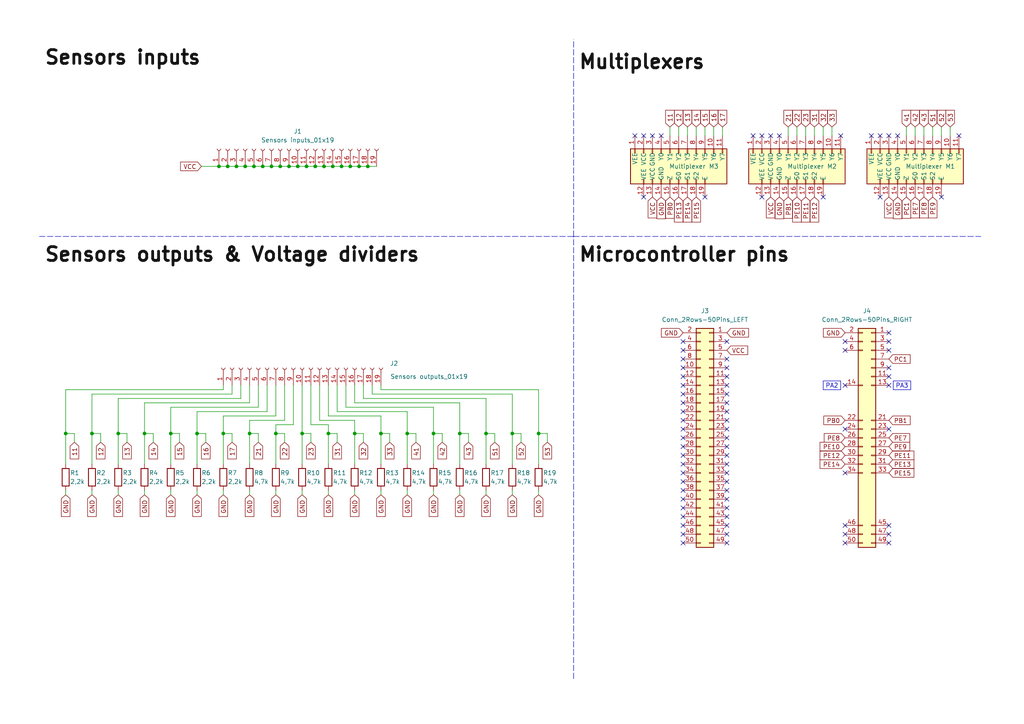
<source format=kicad_sch>
(kicad_sch (version 20230121) (generator eeschema)
  (paper "A4")
  (title_block (title "SensorHub") (date "08.01.2024") (rev "v4.1") (company "Ksawery Giera"))
  (lib_symbols
    (symbol "Conn_2Rows-19Pins_1" (pin_names (offset 1.016))
      (property "Reference" "M1" (at 1.27 15.24 0))
      (property "Value" "Multiplekser" (at 0 16.51 0))
      (symbol "Conn_2Rows-19Pins_1_1_1"
        (rectangle (start -1.27 -12.573) (end 0 -12.827) (stroke (width 0.1524)))
        (rectangle (start -1.27 -10.033) (end 0 -10.287) (stroke (width 0.1524)))
        (rectangle (start -1.27 -7.493) (end 0 -7.747) (stroke (width 0.1524)))
        (rectangle (start -1.27 -4.953) (end 0 -5.207) (stroke (width 0.1524)))
        (rectangle (start -1.27 -2.413) (end 0 -2.667) (stroke (width 0.1524)))
        (rectangle (start -1.27 0.127) (end 0 -0.127) (stroke (width 0.1524)))
        (rectangle (start -1.27 2.667) (end 0 2.413) (stroke (width 0.1524)))
        (rectangle (start -1.27 5.207) (end 0 4.953) (stroke (width 0.1524)))
        (rectangle (start -1.27 7.747) (end 0 7.493) (stroke (width 0.1524)))
        (rectangle (start -1.27 10.287) (end 0 10.033) (stroke (width 0.1524)))
        (rectangle (start -1.27 12.827) (end 0 12.573) (stroke (width 0.1524)))
        (rectangle (start -1.27 13.97) (end 8.89 -13.97) (stroke (width 0.254)) (fill (type background)))
        (rectangle (start 8.89 -10.033) (end 7.62 -10.287) (stroke (width 0.1524)))
        (rectangle (start 8.89 -7.493) (end 7.62 -7.747) (stroke (width 0.1524)))
        (rectangle (start 8.89 -4.953) (end 7.62 -5.207) (stroke (width 0.1524)))
        (rectangle (start 8.89 -2.413) (end 7.62 -2.667) (stroke (width 0.1524)))
        (rectangle (start 8.89 0.127) (end 7.62 -0.127) (stroke (width 0.1524)))
        (rectangle (start 8.89 2.667) (end 7.62 2.413) (stroke (width 0.1524)))
        (rectangle (start 8.89 5.207) (end 7.62 4.953) (stroke (width 0.1524)))
        (rectangle (start 8.89 7.747) (end 7.62 7.493) (stroke (width 0.1524)))
        (pin passive line (at -5.08 -12.7 0) (length 3.81) (name "VEE") (number "1"))
        (pin passive line (at -5.08 10.16 0) (length 3.81) (name "Y6") (number "10"))
        (pin passive line (at -5.08 12.7 0) (length 3.81) (name "Y7") (number "11"))
        (pin passive line (at 12.7 -10.16 180) (length 3.81) (name "VEE") (number "12"))
        (pin passive line (at 12.7 -7.62 180) (length 3.81) (name "VCC") (number "13"))
        (pin passive line (at 12.7 -5.08 180) (length 3.81) (name "GND") (number "14"))
        (pin passive line (at 12.7 -2.54 180) (length 3.81) (name "Z") (number "15"))
        (pin passive line (at 12.7 0 180) (length 3.81) (name "S0") (number "16"))
        (pin passive line (at 12.7 2.54 180) (length 3.81) (name "S1") (number "17"))
        (pin passive line (at 12.7 5.08 180) (length 3.81) (name "S2") (number "18"))
        (pin passive line (at 12.7 7.62 180) (length 3.81) (name "E") (number "19"))
        (pin passive line (at -5.08 -10.16 0) (length 3.81) (name "VCC") (number "2"))
        (pin passive line (at -5.08 -7.62 0) (length 3.81) (name "GND") (number "3"))
        (pin passive line (at -5.08 -5.08 0) (length 3.81) (name "Y0") (number "4"))
        (pin passive line (at -5.08 -2.54 0) (length 3.81) (name "Y1") (number "5"))
        (pin passive line (at -5.08 0 0) (length 3.81) (name "Y2") (number "6"))
        (pin passive line (at -5.08 2.54 0) (length 3.81) (name "Y3") (number "7"))
        (pin passive line (at -5.08 5.08 0) (length 3.81) (name "Y4") (number "8"))
        (pin passive line (at -5.08 7.62 0) (length 3.81) (name "Y5") (number "9"))
      )
    )
    (symbol "Connector:Conn_01x19_Socket" (pin_names (offset 1.016) hide)
      (property "Reference" "J" (at 0 25.4 0))
      (property "Value" "Conn_01x19_Socket" (at 0 -25.4 0))
      (symbol "Conn_01x19_Socket_1_1"
        (arc (start 0 -22.352) (mid -0.5058 -22.86) (end 0 -23.368) (stroke (width 0.1524)))
        (arc (start 0 -19.812) (mid -0.5058 -20.32) (end 0 -20.828) (stroke (width 0.1524)))
        (arc (start 0 -17.272) (mid -0.5058 -17.78) (end 0 -18.288) (stroke (width 0.1524)))
        (arc (start 0 -14.732) (mid -0.5058 -15.24) (end 0 -15.748) (stroke (width 0.1524)))
        (arc (start 0 -12.192) (mid -0.5058 -12.7) (end 0 -13.208) (stroke (width 0.1524)))
        (arc (start 0 -9.652) (mid -0.5058 -10.16) (end 0 -10.668) (stroke (width 0.1524)))
        (arc (start 0 -7.112) (mid -0.5058 -7.62) (end 0 -8.128) (stroke (width 0.1524)))
        (arc (start 0 -4.572) (mid -0.5058 -5.08) (end 0 -5.588) (stroke (width 0.1524)))
        (arc (start 0 -2.032) (mid -0.5058 -2.54) (end 0 -3.048) (stroke (width 0.1524)))
        (polyline (pts (xy -1.27 -22.86) (xy -0.508 -22.86)) (stroke (width 0.1524)))
        (polyline (pts (xy -1.27 -20.32) (xy -0.508 -20.32)) (stroke (width 0.1524)))
        (polyline (pts (xy -1.27 -17.78) (xy -0.508 -17.78)) (stroke (width 0.1524)))
        (polyline (pts (xy -1.27 -15.24) (xy -0.508 -15.24)) (stroke (width 0.1524)))
        (polyline (pts (xy -1.27 -12.7) (xy -0.508 -12.7)) (stroke (width 0.1524)))
        (polyline (pts (xy -1.27 -10.16) (xy -0.508 -10.16)) (stroke (width 0.1524)))
        (polyline (pts (xy -1.27 -7.62) (xy -0.508 -7.62)) (stroke (width 0.1524)))
        (polyline (pts (xy -1.27 -5.08) (xy -0.508 -5.08)) (stroke (width 0.1524)))
        (polyline (pts (xy -1.27 -2.54) (xy -0.508 -2.54)) (stroke (width 0.1524)))
        (polyline (pts (xy -1.27 0) (xy -0.508 0)) (stroke (width 0.1524)))
        (polyline (pts (xy -1.27 2.54) (xy -0.508 2.54)) (stroke (width 0.1524)))
        (polyline (pts (xy -1.27 5.08) (xy -0.508 5.08)) (stroke (width 0.1524)))
        (polyline (pts (xy -1.27 7.62) (xy -0.508 7.62)) (stroke (width 0.1524)))
        (polyline (pts (xy -1.27 10.16) (xy -0.508 10.16)) (stroke (width 0.1524)))
        (polyline (pts (xy -1.27 12.7) (xy -0.508 12.7)) (stroke (width 0.1524)))
        (polyline (pts (xy -1.27 15.24) (xy -0.508 15.24)) (stroke (width 0.1524)))
        (polyline (pts (xy -1.27 17.78) (xy -0.508 17.78)) (stroke (width 0.1524)))
        (polyline (pts (xy -1.27 20.32) (xy -0.508 20.32)) (stroke (width 0.1524)))
        (polyline (pts (xy -1.27 22.86) (xy -0.508 22.86)) (stroke (width 0.1524)))
        (arc (start 0 0.508) (mid -0.5058 0) (end 0 -0.508) (stroke (width 0.1524)))
        (arc (start 0 3.048) (mid -0.5058 2.54) (end 0 2.032) (stroke (width 0.1524)))
        (arc (start 0 5.588) (mid -0.5058 5.08) (end 0 4.572) (stroke (width 0.1524)))
        (arc (start 0 8.128) (mid -0.5058 7.62) (end 0 7.112) (stroke (width 0.1524)))
        (arc (start 0 10.668) (mid -0.5058 10.16) (end 0 9.652) (stroke (width 0.1524)))
        (arc (start 0 13.208) (mid -0.5058 12.7) (end 0 12.192) (stroke (width 0.1524)))
        (arc (start 0 15.748) (mid -0.5058 15.24) (end 0 14.732) (stroke (width 0.1524)))
        (arc (start 0 18.288) (mid -0.5058 17.78) (end 0 17.272) (stroke (width 0.1524)))
        (arc (start 0 20.828) (mid -0.5058 20.32) (end 0 19.812) (stroke (width 0.1524)))
        (arc (start 0 23.368) (mid -0.5058 22.86) (end 0 22.352) (stroke (width 0.1524)))
        (pin passive line (at -5.08 22.86 0) (length 3.81) (name "Pin_1") (number "1"))
        (pin passive line (at -5.08 0 0) (length 3.81) (name "Pin_10") (number "10"))
        (pin passive line (at -5.08 -2.54 0) (length 3.81) (name "Pin_11") (number "11"))
        (pin passive line (at -5.08 -5.08 0) (length 3.81) (name "Pin_12") (number "12"))
        (pin passive line (at -5.08 -7.62 0) (length 3.81) (name "Pin_13") (number "13"))
        (pin passive line (at -5.08 -10.16 0) (length 3.81) (name "Pin_14") (number "14"))
        (pin passive line (at -5.08 -12.7 0) (length 3.81) (name "Pin_15") (number "15"))
        (pin passive line (at -5.08 -15.24 0) (length 3.81) (name "Pin_16") (number "16"))
        (pin passive line (at -5.08 -17.78 0) (length 3.81) (name "Pin_17") (number "17"))
        (pin passive line (at -5.08 -20.32 0) (length 3.81) (name "Pin_18") (number "18"))
        (pin passive line (at -5.08 -22.86 0) (length 3.81) (name "Pin_19") (number "19"))
        (pin passive line (at -5.08 20.32 0) (length 3.81) (name "Pin_2") (number "2"))
        (pin passive line (at -5.08 17.78 0) (length 3.81) (name "Pin_3") (number "3"))
        (pin passive line (at -5.08 15.24 0) (length 3.81) (name "Pin_4") (number "4"))
        (pin passive line (at -5.08 12.7 0) (length 3.81) (name "Pin_5") (number "5"))
        (pin passive line (at -5.08 10.16 0) (length 3.81) (name "Pin_6") (number "6"))
        (pin passive line (at -5.08 7.62 0) (length 3.81) (name "Pin_7") (number "7"))
        (pin passive line (at -5.08 5.08 0) (length 3.81) (name "Pin_8") (number "8"))
        (pin passive line (at -5.08 2.54 0) (length 3.81) (name "Pin_9") (number "9"))
      )
    )
    (symbol "Connector_Generic:Conn_2Rows-51Pins" (pin_names (offset 1.016) hide)
      (property "Reference" "J3" (at 1.27 36.83 0))
      (property "Value" "Conn_2Rows-51Pins" (at 1.27 34.29 0))
      (symbol "Conn_2Rows-51Pins_1_1"
        (rectangle (start -1.27 -30.353) (end 0 -30.607) (stroke (width 0.1524)))
        (rectangle (start -1.27 -27.813) (end 0 -28.067) (stroke (width 0.1524)))
        (rectangle (start -1.27 -25.273) (end 0 -25.527) (stroke (width 0.1524)))
        (rectangle (start -1.27 -22.733) (end 0 -22.987) (stroke (width 0.1524)))
        (rectangle (start -1.27 -20.193) (end 0 -20.447) (stroke (width 0.1524)))
        (rectangle (start -1.27 -17.653) (end 0 -17.907) (stroke (width 0.1524)))
        (rectangle (start -1.27 -15.113) (end 0 -15.367) (stroke (width 0.1524)))
        (rectangle (start -1.27 -12.573) (end 0 -12.827) (stroke (width 0.1524)))
        (rectangle (start -1.27 -10.033) (end 0 -10.287) (stroke (width 0.1524)))
        (rectangle (start -1.27 -7.493) (end 0 -7.747) (stroke (width 0.1524)))
        (rectangle (start -1.27 -4.953) (end 0 -5.207) (stroke (width 0.1524)))
        (rectangle (start -1.27 -2.413) (end 0 -2.667) (stroke (width 0.1524)))
        (rectangle (start -1.27 0.127) (end 0 -0.127) (stroke (width 0.1524)))
        (rectangle (start -1.27 2.667) (end 0 2.413) (stroke (width 0.1524)))
        (rectangle (start -1.27 5.207) (end 0 4.953) (stroke (width 0.1524)))
        (rectangle (start -1.27 7.747) (end 0 7.493) (stroke (width 0.1524)))
        (rectangle (start -1.27 10.287) (end 0 10.033) (stroke (width 0.1524)))
        (rectangle (start -1.27 12.827) (end 0 12.573) (stroke (width 0.1524)))
        (rectangle (start -1.27 15.367) (end 0 15.113) (stroke (width 0.1524)))
        (rectangle (start -1.27 17.907) (end 0 17.653) (stroke (width 0.1524)))
        (rectangle (start -1.27 20.447) (end 0 20.193) (stroke (width 0.1524)))
        (rectangle (start -1.27 22.987) (end 0 22.733) (stroke (width 0.1524)))
        (rectangle (start -1.27 25.527) (end 0 25.273) (stroke (width 0.1524)))
        (rectangle (start -1.27 28.067) (end 0 27.813) (stroke (width 0.1524)))
        (rectangle (start -1.27 30.607) (end 0 30.353) (stroke (width 0.1524)))
        (rectangle (start -1.27 31.75) (end 3.81 -31.75) (stroke (width 0.254)) (fill (type background)))
        (rectangle (start 3.81 -30.353) (end 2.54 -30.607) (stroke (width 0.1524)))
        (rectangle (start 3.81 -27.813) (end 2.54 -28.067) (stroke (width 0.1524)))
        (rectangle (start 3.81 -25.273) (end 2.54 -25.527) (stroke (width 0.1524)))
        (rectangle (start 3.81 -22.733) (end 2.54 -22.987) (stroke (width 0.1524)))
        (rectangle (start 3.81 -20.193) (end 2.54 -20.447) (stroke (width 0.1524)))
        (rectangle (start 3.81 -17.653) (end 2.54 -17.907) (stroke (width 0.1524)))
        (rectangle (start 3.81 -15.113) (end 2.54 -15.367) (stroke (width 0.1524)))
        (rectangle (start 3.81 -12.573) (end 2.54 -12.827) (stroke (width 0.1524)))
        (rectangle (start 3.81 -10.033) (end 2.54 -10.287) (stroke (width 0.1524)))
        (rectangle (start 3.81 -7.493) (end 2.54 -7.747) (stroke (width 0.1524)))
        (rectangle (start 3.81 -4.953) (end 2.54 -5.207) (stroke (width 0.1524)))
        (rectangle (start 3.81 -2.413) (end 2.54 -2.667) (stroke (width 0.1524)))
        (rectangle (start 3.81 0.127) (end 2.54 -0.127) (stroke (width 0.1524)))
        (rectangle (start 3.81 2.667) (end 2.54 2.413) (stroke (width 0.1524)))
        (rectangle (start 3.81 5.207) (end 2.54 4.953) (stroke (width 0.1524)))
        (rectangle (start 3.81 7.747) (end 2.54 7.493) (stroke (width 0.1524)))
        (rectangle (start 3.81 10.287) (end 2.54 10.033) (stroke (width 0.1524)))
        (rectangle (start 3.81 12.827) (end 2.54 12.573) (stroke (width 0.1524)))
        (rectangle (start 3.81 15.367) (end 2.54 15.113) (stroke (width 0.1524)))
        (rectangle (start 3.81 17.907) (end 2.54 17.653) (stroke (width 0.1524)))
        (rectangle (start 3.81 20.447) (end 2.54 20.193) (stroke (width 0.1524)))
        (rectangle (start 3.81 22.987) (end 2.54 22.733) (stroke (width 0.1524)))
        (rectangle (start 3.81 25.527) (end 2.54 25.273) (stroke (width 0.1524)))
        (rectangle (start 3.81 28.067) (end 2.54 27.813) (stroke (width 0.1524)))
        (rectangle (start 3.81 30.607) (end 2.54 30.353) (stroke (width 0.1524)))
        (pin passive line (at -5.08 30.48 0) (length 3.81) (name "Pin_1") (number "1"))
        (pin passive line (at 7.62 20.32 180) (length 3.81) (name "Pin_10") (number "10"))
        (pin passive line (at -5.08 17.78 0) (length 3.81) (name "Pin_11") (number "11"))
        (pin passive line (at 7.62 17.78 180) (length 3.81) (name "Pin_12") (number "12"))
        (pin passive line (at -5.08 15.24 0) (length 3.81) (name "Pin_13") (number "13"))
        (pin passive line (at 7.62 15.24 180) (length 3.81) (name "Pin_14") (number "14"))
        (pin passive line (at -5.08 12.7 0) (length 3.81) (name "Pin_15") (number "15"))
        (pin passive line (at 7.62 12.7 180) (length 3.81) (name "Pin_16") (number "16"))
        (pin passive line (at -5.08 10.16 0) (length 3.81) (name "Pin_17") (number "17"))
        (pin passive line (at 7.62 10.16 180) (length 3.81) (name "Pin_18") (number "18"))
        (pin passive line (at -5.08 7.62 0) (length 3.81) (name "Pin_19") (number "19"))
        (pin passive line (at 7.62 30.48 180) (length 3.81) (name "Pin_2") (number "2"))
        (pin passive line (at 7.62 7.62 180) (length 3.81) (name "Pin_20") (number "20"))
        (pin passive line (at -5.08 5.08 0) (length 3.81) (name "Pin_21") (number "21"))
        (pin passive line (at 7.62 5.08 180) (length 3.81) (name "Pin_22") (number "22"))
        (pin passive line (at -5.08 2.54 0) (length 3.81) (name "Pin_23") (number "23"))
        (pin passive line (at 7.62 2.54 180) (length 3.81) (name "Pin_24") (number "24"))
        (pin passive line (at -5.08 0 0) (length 3.81) (name "Pin_25") (number "25"))
        (pin passive line (at 7.62 0 180) (length 3.81) (name "Pin_26") (number "26"))
        (pin passive line (at -5.08 -2.54 0) (length 3.81) (name "Pin_27") (number "27"))
        (pin passive line (at 7.62 -2.54 180) (length 3.81) (name "Pin_28") (number "28"))
        (pin passive line (at -5.08 -5.08 0) (length 3.81) (name "Pin_29") (number "29"))
        (pin passive line (at -5.08 27.94 0) (length 3.81) (name "Pin_3") (number "3"))
        (pin passive line (at 7.62 -5.08 180) (length 3.81) (name "Pin_30") (number "30"))
        (pin passive line (at -5.08 -7.62 0) (length 3.81) (name "Pin_31") (number "31"))
        (pin passive line (at 7.62 -7.62 180) (length 3.81) (name "Pin_32") (number "32"))
        (pin passive line (at -5.08 -10.16 0) (length 3.81) (name "Pin_33") (number "33"))
        (pin passive line (at 7.62 -10.16 180) (length 3.81) (name "Pin_34") (number "34"))
        (pin passive line (at -5.08 -12.7 0) (length 3.81) (name "Pin_35") (number "35"))
        (pin passive line (at 7.62 -12.7 180) (length 3.81) (name "Pin_36") (number "36"))
        (pin passive line (at -5.08 -15.24 0) (length 3.81) (name "Pin_37") (number "37"))
        (pin passive line (at 7.62 -15.24 180) (length 3.81) (name "Pin_38") (number "38"))
        (pin passive line (at -5.08 -17.78 0) (length 3.81) (name "Pin_39") (number "39"))
        (pin passive line (at 7.62 27.94 180) (length 3.81) (name "Pin_4") (number "4"))
        (pin passive line (at 7.62 -17.78 180) (length 3.81) (name "Pin_40") (number "40"))
        (pin passive line (at -5.08 -20.32 0) (length 3.81) (name "Pin_41") (number "41"))
        (pin passive line (at 7.62 -20.32 180) (length 3.81) (name "Pin_42") (number "42"))
        (pin passive line (at -5.08 -22.86 0) (length 3.81) (name "Pin_43") (number "43"))
        (pin passive line (at 7.62 -22.86 180) (length 3.81) (name "Pin_44") (number "44"))
        (pin passive line (at -5.08 -25.4 0) (length 3.81) (name "Pin_45") (number "45"))
        (pin passive line (at 7.62 -25.4 180) (length 3.81) (name "Pin_46") (number "46"))
        (pin passive line (at -5.08 -27.94 0) (length 3.81) (name "Pin_47") (number "47"))
        (pin passive line (at 7.62 -27.94 180) (length 3.81) (name "Pin_48") (number "48"))
        (pin passive line (at -5.08 -30.48 0) (length 3.81) (name "Pin_49") (number "49"))
        (pin passive line (at -5.08 25.4 0) (length 3.81) (name "Pin_5") (number "5"))
        (pin passive line (at 7.62 -30.48 180) (length 3.81) (name "Pin_50") (number "50"))
        (pin passive line (at 7.62 25.4 180) (length 3.81) (name "Pin_6") (number "6"))
        (pin passive line (at -5.08 22.86 0) (length 3.81) (name "Pin_7") (number "7"))
        (pin passive line (at 7.62 22.86 180) (length 3.81) (name "Pin_8") (number "8"))
        (pin passive line (at -5.08 20.32 0) (length 3.81) (name "Pin_9") (number "9"))
      )
    )
    (symbol "Device:R" (pin_numbers hide) (pin_names (offset 0))
      (property "Reference" "R" (at 2.032 0 90))
      (property "Value" "R" (at 0 0 90))
      (symbol "R_0_1"
        (rectangle (start -1.016 -2.54) (end 1.016 2.54) (stroke (width 0.254)))
      )
      (symbol "R_1_1"
        (pin passive line (at 0 3.81 270) (length 1.27) (name "~") (number "1"))
        (pin passive line (at 0 -3.81 90) (length 1.27) (name "~") (number "2"))
      )
    )
    (symbol "inz2:lewastrona" (pin_names (offset 1.016) hide)
      (property "Reference" "J" (at 1.27 33.02 0))
      (property "Value" "lewastrona" (at 1.27 -35.56 0))
      (symbol "lewastrona_1_1"
        (rectangle (start -1.27 31.75) (end 3.81 -31.75) (stroke (width 0.254)) (fill (type background)))
        (rectangle (start 0 -30.607) (end -1.27 -30.353) (stroke (width 0.1524)))
        (rectangle (start 0 -28.067) (end -1.27 -27.813) (stroke (width 0.1524)))
        (rectangle (start 0 -25.527) (end -1.27 -25.273) (stroke (width 0.1524)))
        (rectangle (start 0 -10.287) (end -1.27 -10.033) (stroke (width 0.1524)))
        (rectangle (start 0 -7.747) (end -1.27 -7.493) (stroke (width 0.1524)))
        (rectangle (start 0 -5.207) (end -1.27 -4.953) (stroke (width 0.1524)))
        (rectangle (start 0 -2.667) (end -1.27 -2.413) (stroke (width 0.1524)))
        (rectangle (start 0 -0.127) (end -1.27 0.127) (stroke (width 0.1524)))
        (rectangle (start 0 2.413) (end -1.27 2.667) (stroke (width 0.1524)))
        (rectangle (start 0 4.953) (end -1.27 5.207) (stroke (width 0.1524)))
        (rectangle (start 0 15.113) (end -1.27 15.367) (stroke (width 0.1524)))
        (rectangle (start 0 25.273) (end -1.27 25.527) (stroke (width 0.1524)))
        (rectangle (start 0 27.813) (end -1.27 28.067) (stroke (width 0.1524)))
        (rectangle (start 0 30.353) (end -1.27 30.607) (stroke (width 0.1524)))
        (rectangle (start 2.54 -30.607) (end 3.81 -30.353) (stroke (width 0.1524)))
        (rectangle (start 2.54 -28.067) (end 3.81 -27.813) (stroke (width 0.1524)))
        (rectangle (start 2.54 -25.527) (end 3.81 -25.273) (stroke (width 0.1524)))
        (rectangle (start 2.54 -10.287) (end 3.81 -10.033) (stroke (width 0.1524)))
        (rectangle (start 2.54 -7.747) (end 3.81 -7.493) (stroke (width 0.1524)))
        (rectangle (start 2.54 -5.207) (end 3.81 -4.953) (stroke (width 0.1524)))
        (rectangle (start 2.54 -2.667) (end 3.81 -2.413) (stroke (width 0.1524)))
        (rectangle (start 2.54 -0.127) (end 3.81 0.127) (stroke (width 0.1524)))
        (rectangle (start 2.54 2.413) (end 3.81 2.667) (stroke (width 0.1524)))
        (rectangle (start 2.54 4.953) (end 3.81 5.207) (stroke (width 0.1524)))
        (rectangle (start 2.54 15.113) (end 3.81 15.367) (stroke (width 0.1524)))
        (rectangle (start 2.54 17.653) (end 3.81 17.907) (stroke (width 0.1524)))
        (rectangle (start 2.54 20.193) (end 3.81 20.447) (stroke (width 0.1524)))
        (rectangle (start 2.54 22.733) (end 3.81 22.987) (stroke (width 0.1524)))
        (rectangle (start 2.54 25.273) (end 3.81 25.527) (stroke (width 0.1524)))
        (rectangle (start 2.54 27.813) (end 3.81 28.067) (stroke (width 0.1524)))
        (rectangle (start 2.54 30.353) (end 3.81 30.607) (stroke (width 0.1524)))
        (pin passive line (at 7.62 30.48 180) (length 3.81) (name "Pin_1") (number "1"))
        (pin passive line (at 7.62 17.78 180) (length 3.81) (name "Pin_11") (number "11"))
        (pin passive line (at 7.62 15.24 180) (length 3.81) (name "Pin_13") (number "13"))
        (pin passive line (at -5.08 15.24 0) (length 3.81) (name "Pin_14") (number "14"))
        (pin passive line (at -5.08 30.48 0) (length 3.81) (name "Pin_2") (number "2"))
        (pin passive line (at 7.62 5.08 180) (length 3.81) (name "Pin_21") (number "21"))
        (pin passive line (at -5.08 5.08 0) (length 3.81) (name "Pin_22") (number "22"))
        (pin passive line (at 7.62 2.54 180) (length 3.81) (name "Pin_23") (number "23"))
        (pin passive line (at -5.08 2.54 0) (length 3.81) (name "Pin_24") (number "24"))
        (pin passive line (at 7.62 0 180) (length 3.81) (name "Pin_25") (number "25"))
        (pin passive line (at -5.08 0 0) (length 3.81) (name "Pin_26") (number "26"))
        (pin passive line (at 7.62 -2.54 180) (length 3.81) (name "Pin_27") (number "27"))
        (pin passive line (at -5.08 -2.54 0) (length 3.81) (name "Pin_28") (number "28"))
        (pin passive line (at 7.62 -5.08 180) (length 3.81) (name "Pin_29") (number "29"))
        (pin passive line (at 7.62 27.94 180) (length 3.81) (name "Pin_3") (number "3"))
        (pin passive line (at -5.08 -5.08 0) (length 3.81) (name "Pin_30") (number "30"))
        (pin passive line (at 7.62 -7.62 180) (length 3.81) (name "Pin_31") (number "31"))
        (pin passive line (at -5.08 -7.62 0) (length 3.81) (name "Pin_32") (number "32"))
        (pin passive line (at 7.62 -10.16 180) (length 3.81) (name "Pin_33") (number "33"))
        (pin passive line (at -5.08 -10.16 0) (length 3.81) (name "Pin_34") (number "34"))
        (pin passive line (at -5.08 27.94 0) (length 3.81) (name "Pin_4") (number "4"))
        (pin passive line (at 7.62 -25.4 180) (length 3.81) (name "Pin_45") (number "45"))
        (pin passive line (at -5.08 -25.4 0) (length 3.81) (name "Pin_46") (number "46"))
        (pin passive line (at 7.62 -27.94 180) (length 3.81) (name "Pin_47") (number "47"))
        (pin passive line (at -5.08 -27.94 0) (length 3.81) (name "Pin_48") (number "48"))
        (pin passive line (at 7.62 -30.48 180) (length 3.81) (name "Pin_49") (number "49"))
        (pin passive line (at 7.62 25.4 180) (length 3.81) (name "Pin_5") (number "5"))
        (pin passive line (at -5.08 -30.48 0) (length 3.81) (name "Pin_50") (number "50"))
        (pin passive line (at -5.08 25.4 0) (length 3.81) (name "Pin_6") (number "6"))
        (pin passive line (at 7.62 22.86 180) (length 3.81) (name "Pin_7") (number "7"))
        (pin passive line (at 7.62 20.32 180) (length 3.81) (name "Pin_9") (number "9"))
      )
    )
  )
  (junction (at 133.35 125.73))
  (junction (at 81.28 48.26))
  (junction (at 72.39 125.73))
  (junction (at 87.63 125.73))
  (junction (at 78.74 48.26))
  (junction (at 64.77 125.73))
  (junction (at 110.49 125.73))
  (junction (at 101.6 48.26))
  (junction (at 66.04 48.26))
  (junction (at 118.11 125.73))
  (junction (at 148.59 125.73))
  (junction (at 83.82 48.26))
  (junction (at 96.52 48.26))
  (junction (at 86.36 48.26))
  (junction (at 88.9 48.26))
  (junction (at 76.2 48.26))
  (junction (at 73.66 48.26))
  (junction (at 19.05 125.73))
  (junction (at 104.14 48.26))
  (junction (at 57.15 125.73))
  (junction (at 68.58 48.26))
  (junction (at 106.68 48.26))
  (junction (at 49.53 125.73))
  (junction (at 34.29 125.73))
  (junction (at 125.73 125.73))
  (junction (at 140.97 125.73))
  (junction (at 91.44 48.26))
  (junction (at 95.25 125.73))
  (junction (at 71.12 48.26))
  (junction (at 63.5 48.26))
  (junction (at 102.87 125.73))
  (junction (at 26.67 125.73))
  (junction (at 41.91 125.73))
  (junction (at 156.21 125.73))
  (junction (at 99.06 48.26))
  (junction (at 93.98 48.26))
  (junction (at 80.01 125.73))
  (no_connect (at 245.11 152.4))
  (no_connect (at 189.23 39.37))
  (no_connect (at 198.12 121.92))
  (no_connect (at 245.11 99.06))
  (no_connect (at 198.12 119.38))
  (no_connect (at 186.69 39.37))
  (no_connect (at 198.12 132.08))
  (no_connect (at 198.12 127))
  (no_connect (at 198.12 116.84))
  (no_connect (at 210.82 142.24))
  (no_connect (at 257.81 157.48))
  (no_connect (at 184.15 39.37))
  (no_connect (at 210.82 127))
  (no_connect (at 210.82 149.86))
  (no_connect (at 198.12 99.06))
  (no_connect (at 210.82 119.38))
  (no_connect (at 245.11 111.76))
  (no_connect (at 257.81 106.68))
  (no_connect (at 257.81 39.37))
  (no_connect (at 210.82 121.92))
  (no_connect (at 198.12 152.4))
  (no_connect (at 210.82 147.32))
  (no_connect (at 210.82 137.16))
  (no_connect (at 243.84 39.37))
  (no_connect (at 191.77 39.37))
  (no_connect (at 273.05 57.15))
  (no_connect (at 210.82 154.94))
  (no_connect (at 210.82 124.46))
  (no_connect (at 278.13 39.37))
  (no_connect (at 245.11 154.94))
  (no_connect (at 210.82 109.22))
  (no_connect (at 198.12 142.24))
  (no_connect (at 210.82 139.7))
  (no_connect (at 226.06 39.37))
  (no_connect (at 257.81 99.06))
  (no_connect (at 210.82 129.54))
  (no_connect (at 255.27 39.37))
  (no_connect (at 186.69 57.15))
  (no_connect (at 257.81 111.76))
  (no_connect (at 238.76 57.15))
  (no_connect (at 198.12 114.3))
  (no_connect (at 257.81 124.46))
  (no_connect (at 210.82 152.4))
  (no_connect (at 204.47 57.15))
  (no_connect (at 252.73 39.37))
  (no_connect (at 220.98 57.15))
  (no_connect (at 198.12 149.86))
  (no_connect (at 210.82 144.78))
  (no_connect (at 198.12 144.78))
  (no_connect (at 198.12 106.68))
  (no_connect (at 245.11 137.16))
  (no_connect (at 255.27 57.15))
  (no_connect (at 220.98 39.37))
  (no_connect (at 257.81 96.52))
  (no_connect (at 198.12 139.7))
  (no_connect (at 210.82 116.84))
  (no_connect (at 210.82 99.06))
  (no_connect (at 245.11 124.46))
  (no_connect (at 223.52 39.37))
  (no_connect (at 257.81 154.94))
  (no_connect (at 198.12 134.62))
  (no_connect (at 210.82 104.14))
  (no_connect (at 198.12 154.94))
  (no_connect (at 257.81 101.6))
  (no_connect (at 218.44 39.37))
  (no_connect (at 210.82 134.62))
  (no_connect (at 198.12 157.48))
  (no_connect (at 260.35 39.37))
  (no_connect (at 198.12 111.76))
  (no_connect (at 198.12 147.32))
  (no_connect (at 245.11 101.6))
  (no_connect (at 245.11 157.48))
  (no_connect (at 198.12 101.6))
  (no_connect (at 198.12 137.16))
  (no_connect (at 198.12 129.54))
  (no_connect (at 198.12 124.46))
  (no_connect (at 257.81 152.4))
  (no_connect (at 257.81 109.22))
  (no_connect (at 210.82 111.76))
  (no_connect (at 198.12 104.14))
  (no_connect (at 210.82 132.08))
  (no_connect (at 210.82 114.3))
  (no_connect (at 210.82 157.48))
  (no_connect (at 198.12 109.22))
  (no_connect (at 210.82 106.68))
  (polyline (pts (xy 11.43 68.58) (xy 166.37 68.58)) (stroke (width 0) (type dash)))
  (wire (pts (xy 57.15 125.73) (xy 57.15 134.62)))
  (wire (pts (xy 135.89 128.27) (xy 135.89 125.73)))
  (wire (pts (xy 72.39 116.84) (xy 41.91 116.84)))
  (wire (pts (xy 105.41 115.57) (xy 140.97 115.57)))
  (wire (pts (xy 151.13 125.73) (xy 148.59 125.73)))
  (wire (pts (xy 128.27 125.73) (xy 125.73 125.73)))
  (wire (pts (xy 52.07 125.73) (xy 49.53 125.73)))
  (wire (pts (xy 64.77 113.03) (xy 19.05 113.03)))
  (wire (pts (xy 82.55 128.27) (xy 82.55 125.73)))
  (wire (pts (xy 64.77 111.76) (xy 64.77 113.03)))
  (wire (pts (xy 207.01 36.83) (xy 207.01 39.37)))
  (wire (pts (xy 87.63 111.76) (xy 87.63 125.73)))
  (wire (pts (xy 125.73 125.73) (xy 125.73 134.62)))
  (wire (pts (xy 80.01 120.65) (xy 64.77 120.65)))
  (wire (pts (xy 82.55 121.92) (xy 72.39 121.92)))
  (wire (pts (xy 135.89 125.73) (xy 133.35 125.73)))
  (wire (pts (xy 270.51 36.83) (xy 270.51 39.37)))
  (wire (pts (xy 92.71 121.92) (xy 102.87 121.92)))
  (wire (pts (xy 67.31 111.76) (xy 67.31 114.3)))
  (wire (pts (xy 236.22 36.83) (xy 236.22 39.37)))
  (wire (pts (xy 80.01 142.24) (xy 80.01 143.51)))
  (wire (pts (xy 73.66 48.26) (xy 76.2 48.26)))
  (wire (pts (xy 29.21 125.73) (xy 26.67 125.73)))
  (wire (pts (xy 36.83 125.73) (xy 34.29 125.73)))
  (wire (pts (xy 148.59 142.24) (xy 148.59 143.51)))
  (wire (pts (xy 72.39 121.92) (xy 72.39 125.73)))
  (wire (pts (xy 107.95 114.3) (xy 148.59 114.3)))
  (wire (pts (xy 148.59 125.73) (xy 148.59 134.62)))
  (wire (pts (xy 125.73 142.24) (xy 125.73 143.51)))
  (wire (pts (xy 102.87 116.84) (xy 133.35 116.84)))
  (wire (pts (xy 36.83 128.27) (xy 36.83 125.73)))
  (wire (pts (xy 88.9 48.26) (xy 91.44 48.26)))
  (wire (pts (xy 133.35 116.84) (xy 133.35 125.73)))
  (wire (pts (xy 74.93 125.73) (xy 72.39 125.73)))
  (wire (pts (xy 26.67 125.73) (xy 26.67 134.62)))
  (wire (pts (xy 26.67 114.3) (xy 26.67 125.73)))
  (wire (pts (xy 34.29 115.57) (xy 34.29 125.73)))
  (wire (pts (xy 110.49 111.76) (xy 110.49 113.03)))
  (wire (pts (xy 92.71 111.76) (xy 92.71 121.92)))
  (wire (pts (xy 90.17 123.19) (xy 95.25 123.19)))
  (wire (pts (xy 67.31 125.73) (xy 64.77 125.73)))
  (wire (pts (xy 273.05 36.83) (xy 273.05 39.37)))
  (wire (pts (xy 44.45 128.27) (xy 44.45 125.73)))
  (wire (pts (xy 267.97 36.83) (xy 267.97 39.37)))
  (wire (pts (xy 101.6 48.26) (xy 104.14 48.26)))
  (wire (pts (xy 82.55 125.73) (xy 80.01 125.73)))
  (wire (pts (xy 120.65 125.73) (xy 118.11 125.73)))
  (wire (pts (xy 41.91 125.73) (xy 41.91 134.62)))
  (wire (pts (xy 140.97 125.73) (xy 140.97 134.62)))
  (wire (pts (xy 105.41 128.27) (xy 105.41 125.73)))
  (wire (pts (xy 77.47 111.76) (xy 77.47 119.38)))
  (wire (pts (xy 140.97 142.24) (xy 140.97 143.51)))
  (wire (pts (xy 68.58 48.26) (xy 71.12 48.26)))
  (wire (pts (xy 87.63 125.73) (xy 87.63 134.62)))
  (wire (pts (xy 90.17 128.27) (xy 90.17 125.73)))
  (polyline (pts (xy 166.37 68.58) (xy 166.37 11.43)) (stroke (width 0) (type dash)))
  (wire (pts (xy 80.01 125.73) (xy 80.01 134.62)))
  (wire (pts (xy 81.28 48.26) (xy 83.82 48.26)))
  (wire (pts (xy 265.43 36.83) (xy 265.43 39.37)))
  (wire (pts (xy 100.33 111.76) (xy 100.33 118.11)))
  (wire (pts (xy 228.6 36.83) (xy 228.6 39.37)))
  (wire (pts (xy 49.53 125.73) (xy 49.53 134.62)))
  (wire (pts (xy 102.87 142.24) (xy 102.87 143.51)))
  (wire (pts (xy 95.25 120.65) (xy 110.49 120.65)))
  (wire (pts (xy 91.44 48.26) (xy 93.98 48.26)))
  (wire (pts (xy 102.87 121.92) (xy 102.87 125.73)))
  (wire (pts (xy 97.79 125.73) (xy 95.25 125.73)))
  (wire (pts (xy 63.5 48.26) (xy 66.04 48.26)))
  (wire (pts (xy 133.35 125.73) (xy 133.35 134.62)))
  (wire (pts (xy 204.47 36.83) (xy 204.47 39.37)))
  (wire (pts (xy 71.12 48.26) (xy 73.66 48.26)))
  (wire (pts (xy 87.63 142.24) (xy 87.63 143.51)))
  (wire (pts (xy 107.95 111.76) (xy 107.95 114.3)))
  (wire (pts (xy 82.55 111.76) (xy 82.55 121.92)))
  (wire (pts (xy 21.59 125.73) (xy 19.05 125.73)))
  (wire (pts (xy 156.21 142.24) (xy 156.21 143.51)))
  (wire (pts (xy 34.29 125.73) (xy 34.29 134.62)))
  (wire (pts (xy 19.05 113.03) (xy 19.05 125.73)))
  (wire (pts (xy 97.79 111.76) (xy 97.79 119.38)))
  (polyline (pts (xy 166.37 68.58) (xy 284.48 68.58)) (stroke (width 0) (type dash)))
  (wire (pts (xy 72.39 111.76) (xy 72.39 116.84)))
  (wire (pts (xy 105.41 111.76) (xy 105.41 115.57)))
  (wire (pts (xy 77.47 119.38) (xy 57.15 119.38)))
  (wire (pts (xy 34.29 142.24) (xy 34.29 143.51)))
  (wire (pts (xy 97.79 128.27) (xy 97.79 125.73)))
  (wire (pts (xy 64.77 120.65) (xy 64.77 125.73)))
  (wire (pts (xy 113.03 125.73) (xy 110.49 125.73)))
  (wire (pts (xy 80.01 123.19) (xy 80.01 125.73)))
  (wire (pts (xy 110.49 120.65) (xy 110.49 125.73)))
  (wire (pts (xy 120.65 128.27) (xy 120.65 125.73)))
  (polyline (pts (xy 166.37 196.85) (xy 166.37 68.58)) (stroke (width 0) (type dash)))
  (wire (pts (xy 74.93 128.27) (xy 74.93 125.73)))
  (wire (pts (xy 95.25 125.73) (xy 95.25 134.62)))
  (wire (pts (xy 19.05 142.24) (xy 19.05 143.51)))
  (wire (pts (xy 58.42 48.26) (xy 63.5 48.26)))
  (wire (pts (xy 76.2 48.26) (xy 78.74 48.26)))
  (wire (pts (xy 194.31 36.83) (xy 194.31 39.37)))
  (wire (pts (xy 19.05 125.73) (xy 19.05 134.62)))
  (wire (pts (xy 93.98 48.26) (xy 96.52 48.26)))
  (wire (pts (xy 113.03 128.27) (xy 113.03 125.73)))
  (wire (pts (xy 57.15 125.73) (xy 59.69 125.73)))
  (wire (pts (xy 102.87 111.76) (xy 102.87 116.84)))
  (wire (pts (xy 151.13 128.27) (xy 151.13 125.73)))
  (wire (pts (xy 143.51 128.27) (xy 143.51 125.73)))
  (wire (pts (xy 29.21 128.27) (xy 29.21 125.73)))
  (wire (pts (xy 49.53 142.24) (xy 49.53 143.51)))
  (wire (pts (xy 57.15 142.24) (xy 57.15 143.51)))
  (wire (pts (xy 95.25 123.19) (xy 95.25 125.73)))
  (wire (pts (xy 105.41 125.73) (xy 102.87 125.73)))
  (wire (pts (xy 21.59 128.27) (xy 21.59 125.73)))
  (wire (pts (xy 110.49 142.24) (xy 110.49 143.51)))
  (wire (pts (xy 133.35 142.24) (xy 133.35 143.51)))
  (wire (pts (xy 156.21 125.73) (xy 156.21 134.62)))
  (wire (pts (xy 238.76 36.83) (xy 238.76 39.37)))
  (wire (pts (xy 66.04 48.26) (xy 68.58 48.26)))
  (wire (pts (xy 233.68 36.83) (xy 233.68 39.37)))
  (wire (pts (xy 196.85 36.83) (xy 196.85 39.37)))
  (wire (pts (xy 110.49 125.73) (xy 110.49 134.62)))
  (wire (pts (xy 72.39 125.73) (xy 72.39 134.62)))
  (wire (pts (xy 69.85 115.57) (xy 34.29 115.57)))
  (wire (pts (xy 44.45 125.73) (xy 41.91 125.73)))
  (wire (pts (xy 49.53 118.11) (xy 49.53 125.73)))
  (wire (pts (xy 64.77 125.73) (xy 64.77 134.62)))
  (wire (pts (xy 99.06 48.26) (xy 101.6 48.26)))
  (wire (pts (xy 96.52 48.26) (xy 99.06 48.26)))
  (wire (pts (xy 104.14 48.26) (xy 106.68 48.26)))
  (wire (pts (xy 118.11 142.24) (xy 118.11 143.51)))
  (wire (pts (xy 118.11 125.73) (xy 118.11 134.62)))
  (wire (pts (xy 41.91 116.84) (xy 41.91 125.73)))
  (wire (pts (xy 110.49 113.03) (xy 156.21 113.03)))
  (wire (pts (xy 80.01 111.76) (xy 80.01 120.65)))
  (wire (pts (xy 118.11 119.38) (xy 118.11 125.73)))
  (wire (pts (xy 106.68 48.26) (xy 109.22 48.26)))
  (wire (pts (xy 158.75 125.73) (xy 156.21 125.73)))
  (wire (pts (xy 78.74 48.26) (xy 81.28 48.26)))
  (wire (pts (xy 128.27 128.27) (xy 128.27 125.73)))
  (wire (pts (xy 275.59 36.83) (xy 275.59 39.37)))
  (wire (pts (xy 140.97 115.57) (xy 140.97 125.73)))
  (wire (pts (xy 74.93 118.11) (xy 49.53 118.11)))
  (wire (pts (xy 59.69 128.27) (xy 59.69 125.73)))
  (wire (pts (xy 95.25 142.24) (xy 95.25 143.51)))
  (wire (pts (xy 199.39 36.83) (xy 199.39 39.37)))
  (wire (pts (xy 26.67 142.24) (xy 26.67 143.51)))
  (wire (pts (xy 90.17 125.73) (xy 87.63 125.73)))
  (wire (pts (xy 143.51 125.73) (xy 140.97 125.73)))
  (wire (pts (xy 67.31 128.27) (xy 67.31 125.73)))
  (wire (pts (xy 125.73 118.11) (xy 125.73 125.73)))
  (wire (pts (xy 156.21 113.03) (xy 156.21 125.73)))
  (wire (pts (xy 90.17 111.76) (xy 90.17 123.19)))
  (wire (pts (xy 102.87 125.73) (xy 102.87 134.62)))
  (wire (pts (xy 85.09 123.19) (xy 80.01 123.19)))
  (wire (pts (xy 74.93 111.76) (xy 74.93 118.11)))
  (wire (pts (xy 57.15 119.38) (xy 57.15 125.73)))
  (wire (pts (xy 64.77 142.24) (xy 64.77 143.51)))
  (wire (pts (xy 95.25 111.76) (xy 95.25 120.65)))
  (wire (pts (xy 85.09 111.76) (xy 85.09 123.19)))
  (wire (pts (xy 158.75 128.27) (xy 158.75 125.73)))
  (wire (pts (xy 100.33 118.11) (xy 125.73 118.11)))
  (wire (pts (xy 241.3 36.83) (xy 241.3 39.37)))
  (wire (pts (xy 231.14 36.83) (xy 231.14 39.37)))
  (wire (pts (xy 97.79 119.38) (xy 118.11 119.38)))
  (wire (pts (xy 52.07 128.27) (xy 52.07 125.73)))
  (wire (pts (xy 72.39 142.24) (xy 72.39 143.51)))
  (wire (pts (xy 262.89 36.83) (xy 262.89 39.37)))
  (wire (pts (xy 209.55 36.83) (xy 209.55 39.37)))
  (wire (pts (xy 201.93 36.83) (xy 201.93 39.37)))
  (wire (pts (xy 67.31 114.3) (xy 26.67 114.3)))
  (wire (pts (xy 83.82 48.26) (xy 86.36 48.26)))
  (wire (pts (xy 148.59 114.3) (xy 148.59 125.73)))
  (wire (pts (xy 69.85 111.76) (xy 69.85 115.57)))
  (wire (pts (xy 86.36 48.26) (xy 88.9 48.26)))
  (wire (pts (xy 41.91 142.24) (xy 41.91 143.51)))
  (text_box "PA2" (at 238.76 110.49 0) (size 5.08 2.54) (effects (font (size 1.27 1.27))))
  (text_box "PA3" (at 259.08 110.49 0) (size 5.08 2.54) (effects (font (size 1.27 1.27))))
  (label "Multiplexers" (at 167.64 21.59 0) (effects (font (size 4 4) (thickness 0.8) bold)))
  (label "Sensors outputs & Voltage dividers" (at 12.7 77.47 0) (effects (font (size 4 4) (thickness 0.8) bold)))
  (label "Sensors inputs" (at 12.7 20.32 0) (effects (font (size 4 4) (thickness 0.8) bold)))
  (label "Microcontroller pins" (at 167.64 77.47 0) (effects (font (size 4 4) (thickness 0.8) bold)))
  (global_label "PE15" (shape input) (at 257.81 137.16 0) (property "Intersheetrefs" "${INTERSHEET_REFS}" (effects hide)))
  (global_label "17" (shape input) (at 209.55 36.83 90) (property "Intersheetrefs" "${INTERSHEET_REFS}" (effects hide)))
  (global_label "GND" (shape input) (at 19.05 143.51 270) (property "Intersheetrefs" "${INTERSHEET_REFS}" (effects hide)))
  (global_label "43" (shape input) (at 135.89 128.27 270) (property "Intersheetrefs" "${INTERSHEET_REFS}" (effects hide)))
  (global_label "GND" (shape input) (at 72.39 143.51 270) (property "Intersheetrefs" "${INTERSHEET_REFS}" (effects hide)))
  (global_label "22" (shape input) (at 231.14 36.83 90) (property "Intersheetrefs" "${INTERSHEET_REFS}" (effects hide)))
  (global_label "PE13" (shape input) (at 257.81 134.62 0) (property "Intersheetrefs" "${INTERSHEET_REFS}" (effects hide)))
  (global_label "PE8" (shape input) (at 245.11 127 180) (property "Intersheetrefs" "${INTERSHEET_REFS}" (effects hide)))
  (global_label "GND" (shape input) (at 64.77 143.51 270) (property "Intersheetrefs" "${INTERSHEET_REFS}" (effects hide)))
  (global_label "GND" (shape input) (at 95.25 143.51 270) (property "Intersheetrefs" "${INTERSHEET_REFS}" (effects hide)))
  (global_label "PE11" (shape input) (at 233.68 57.15 270) (property "Intersheetrefs" "${INTERSHEET_REFS}" (effects hide)))
  (global_label "PE14" (shape input) (at 199.39 57.15 270) (property "Intersheetrefs" "${INTERSHEET_REFS}" (effects hide)))
  (global_label "15" (shape input) (at 204.47 36.83 90) (property "Intersheetrefs" "${INTERSHEET_REFS}" (effects hide)))
  (global_label "21" (shape input) (at 228.6 36.83 90) (property "Intersheetrefs" "${INTERSHEET_REFS}" (effects hide)))
  (global_label "16" (shape input) (at 59.69 128.27 270) (property "Intersheetrefs" "${INTERSHEET_REFS}" (effects hide)))
  (global_label "PB1" (shape input) (at 228.6 57.15 270) (property "Intersheetrefs" "${INTERSHEET_REFS}" (effects hide)))
  (global_label "43" (shape input) (at 267.97 36.83 90) (property "Intersheetrefs" "${INTERSHEET_REFS}" (effects hide)))
  (global_label "15" (shape input) (at 52.07 128.27 270) (property "Intersheetrefs" "${INTERSHEET_REFS}" (effects hide)))
  (global_label "33" (shape input) (at 241.3 36.83 90) (property "Intersheetrefs" "${INTERSHEET_REFS}" (effects hide)))
  (global_label "PE14" (shape input) (at 245.11 134.62 180) (property "Intersheetrefs" "${INTERSHEET_REFS}" (effects hide)))
  (global_label "PE10" (shape input) (at 245.11 129.54 180) (property "Intersheetrefs" "${INTERSHEET_REFS}" (effects hide)))
  (global_label "53" (shape input) (at 275.59 36.83 90) (property "Intersheetrefs" "${INTERSHEET_REFS}" (effects hide)))
  (global_label "11" (shape input) (at 21.59 128.27 270) (property "Intersheetrefs" "${INTERSHEET_REFS}" (effects hide)))
  (global_label "GND" (shape input) (at 210.82 96.52 0) (property "Intersheetrefs" "${INTERSHEET_REFS}" (effects hide)))
  (global_label "42" (shape input) (at 265.43 36.83 90) (property "Intersheetrefs" "${INTERSHEET_REFS}" (effects hide)))
  (global_label "VCC" (shape input) (at 257.81 57.15 270) (property "Intersheetrefs" "${INTERSHEET_REFS}" (effects hide)))
  (global_label "PE8" (shape input) (at 267.97 57.15 270) (property "Intersheetrefs" "${INTERSHEET_REFS}" (effects hide)))
  (global_label "32" (shape input) (at 105.41 128.27 270) (property "Intersheetrefs" "${INTERSHEET_REFS}" (effects hide)))
  (global_label "23" (shape input) (at 233.68 36.83 90) (property "Intersheetrefs" "${INTERSHEET_REFS}" (effects hide)))
  (global_label "52" (shape input) (at 273.05 36.83 90) (property "Intersheetrefs" "${INTERSHEET_REFS}" (effects hide)))
  (global_label "GND" (shape input) (at 140.97 143.51 270) (property "Intersheetrefs" "${INTERSHEET_REFS}" (effects hide)))
  (global_label "VCC" (shape input) (at 58.42 48.26 180) (property "Intersheetrefs" "${INTERSHEET_REFS}" (effects hide)))
  (global_label "PB0" (shape input) (at 194.31 57.15 270) (property "Intersheetrefs" "${INTERSHEET_REFS}" (effects hide)))
  (global_label "GND" (shape input) (at 41.91 143.51 270) (property "Intersheetrefs" "${INTERSHEET_REFS}" (effects hide)))
  (global_label "GND" (shape input) (at 133.35 143.51 270) (property "Intersheetrefs" "${INTERSHEET_REFS}" (effects hide)))
  (global_label "PE13" (shape input) (at 196.85 57.15 270) (property "Intersheetrefs" "${INTERSHEET_REFS}" (effects hide)))
  (global_label "PB1" (shape input) (at 257.81 121.92 0) (property "Intersheetrefs" "${INTERSHEET_REFS}" (effects hide)))
  (global_label "42" (shape input) (at 128.27 128.27 270) (property "Intersheetrefs" "${INTERSHEET_REFS}" (effects hide)))
  (global_label "31" (shape input) (at 236.22 36.83 90) (property "Intersheetrefs" "${INTERSHEET_REFS}" (effects hide)))
  (global_label "PE7" (shape input) (at 265.43 57.15 270) (property "Intersheetrefs" "${INTERSHEET_REFS}" (effects hide)))
  (global_label "12" (shape input) (at 29.21 128.27 270) (property "Intersheetrefs" "${INTERSHEET_REFS}" (effects hide)))
  (global_label "31" (shape input) (at 97.79 128.27 270) (property "Intersheetrefs" "${INTERSHEET_REFS}" (effects hide)))
  (global_label "52" (shape input) (at 151.13 128.27 270) (property "Intersheetrefs" "${INTERSHEET_REFS}" (effects hide)))
  (global_label "GND" (shape input) (at 110.49 143.51 270) (property "Intersheetrefs" "${INTERSHEET_REFS}" (effects hide)))
  (global_label "GND" (shape input) (at 156.21 143.51 270) (property "Intersheetrefs" "${INTERSHEET_REFS}" (effects hide)))
  (global_label "32" (shape input) (at 238.76 36.83 90) (property "Intersheetrefs" "${INTERSHEET_REFS}" (effects hide)))
  (global_label "13" (shape input) (at 199.39 36.83 90) (property "Intersheetrefs" "${INTERSHEET_REFS}" (effects hide)))
  (global_label "GND" (shape input) (at 80.01 143.51 270) (property "Intersheetrefs" "${INTERSHEET_REFS}" (effects hide)))
  (global_label "PE7" (shape input) (at 257.81 127 0) (property "Intersheetrefs" "${INTERSHEET_REFS}" (effects hide)))
  (global_label "GND" (shape input) (at 198.12 96.52 180) (property "Intersheetrefs" "${INTERSHEET_REFS}" (effects hide)))
  (global_label "GND" (shape input) (at 148.59 143.51 270) (property "Intersheetrefs" "${INTERSHEET_REFS}" (effects hide)))
  (global_label "14" (shape input) (at 201.93 36.83 90) (property "Intersheetrefs" "${INTERSHEET_REFS}" (effects hide)))
  (global_label "PE15" (shape input) (at 201.93 57.15 270) (property "Intersheetrefs" "${INTERSHEET_REFS}" (effects hide)))
  (global_label "22" (shape input) (at 82.55 128.27 270) (property "Intersheetrefs" "${INTERSHEET_REFS}" (effects hide)))
  (global_label "PC1" (shape input) (at 257.81 104.14 0) (property "Intersheetrefs" "${INTERSHEET_REFS}" (effects hide)))
  (global_label "PE10" (shape input) (at 231.14 57.15 270) (property "Intersheetrefs" "${INTERSHEET_REFS}" (effects hide)))
  (global_label "PC1" (shape input) (at 262.89 57.15 270) (property "Intersheetrefs" "${INTERSHEET_REFS}" (effects hide)))
  (global_label "41" (shape input) (at 262.89 36.83 90) (property "Intersheetrefs" "${INTERSHEET_REFS}" (effects hide)))
  (global_label "GND" (shape input) (at 87.63 143.51 270) (property "Intersheetrefs" "${INTERSHEET_REFS}" (effects hide)))
  (global_label "16" (shape input) (at 207.01 36.83 90) (property "Intersheetrefs" "${INTERSHEET_REFS}" (effects hide)))
  (global_label "23" (shape input) (at 90.17 128.27 270) (property "Intersheetrefs" "${INTERSHEET_REFS}" (effects hide)))
  (global_label "14" (shape input) (at 44.45 128.27 270) (property "Intersheetrefs" "${INTERSHEET_REFS}" (effects hide)))
  (global_label "12" (shape input) (at 196.85 36.83 90) (property "Intersheetrefs" "${INTERSHEET_REFS}" (effects hide)))
  (global_label "33" (shape input) (at 113.03 128.27 270) (property "Intersheetrefs" "${INTERSHEET_REFS}" (effects hide)))
  (global_label "17" (shape input) (at 67.31 128.27 270) (property "Intersheetrefs" "${INTERSHEET_REFS}" (effects hide)))
  (global_label "VCC" (shape input) (at 189.23 57.15 270) (property "Intersheetrefs" "${INTERSHEET_REFS}" (effects hide)))
  (global_label "PE12" (shape input) (at 236.22 57.15 270) (property "Intersheetrefs" "${INTERSHEET_REFS}" (effects hide)))
  (global_label "VCC" (shape input) (at 223.52 57.15 270) (property "Intersheetrefs" "${INTERSHEET_REFS}" (effects hide)))
  (global_label "GND" (shape input) (at 49.53 143.51 270) (property "Intersheetrefs" "${INTERSHEET_REFS}" (effects hide)))
  (global_label "11" (shape input) (at 194.31 36.83 90) (property "Intersheetrefs" "${INTERSHEET_REFS}" (effects hide)))
  (global_label "PE12" (shape input) (at 245.11 132.08 180) (property "Intersheetrefs" "${INTERSHEET_REFS}" (effects hide)))
  (global_label "13" (shape input) (at 36.83 128.27 270) (property "Intersheetrefs" "${INTERSHEET_REFS}" (effects hide)))
  (global_label "GND" (shape input) (at 102.87 143.51 270) (property "Intersheetrefs" "${INTERSHEET_REFS}" (effects hide)))
  (global_label "GND" (shape input) (at 118.11 143.51 270) (property "Intersheetrefs" "${INTERSHEET_REFS}" (effects hide)))
  (global_label "GND" (shape input) (at 226.06 57.15 270) (property "Intersheetrefs" "${INTERSHEET_REFS}" (effects hide)))
  (global_label "GND" (shape input) (at 245.11 96.52 180) (property "Intersheetrefs" "${INTERSHEET_REFS}" (effects hide)))
  (global_label "VCC" (shape input) (at 210.82 101.6 0) (property "Intersheetrefs" "${INTERSHEET_REFS}" (effects hide)))
  (global_label "GND" (shape input) (at 26.67 143.51 270) (property "Intersheetrefs" "${INTERSHEET_REFS}" (effects hide)))
  (global_label "21" (shape input) (at 74.93 128.27 270) (property "Intersheetrefs" "${INTERSHEET_REFS}" (effects hide)))
  (global_label "GND" (shape input) (at 260.35 57.15 270) (property "Intersheetrefs" "${INTERSHEET_REFS}" (effects hide)))
  (global_label "GND" (shape input) (at 34.29 143.51 270) (property "Intersheetrefs" "${INTERSHEET_REFS}" (effects hide)))
  (global_label "PE9" (shape input) (at 270.51 57.15 270) (property "Intersheetrefs" "${INTERSHEET_REFS}" (effects hide)))
  (global_label "51" (shape input) (at 143.51 128.27 270) (property "Intersheetrefs" "${INTERSHEET_REFS}" (effects hide)))
  (global_label "PE11" (shape input) (at 257.81 132.08 0) (property "Intersheetrefs" "${INTERSHEET_REFS}" (effects hide)))
  (global_label "53" (shape input) (at 158.75 128.27 270) (property "Intersheetrefs" "${INTERSHEET_REFS}" (effects hide)))
  (global_label "GND" (shape input) (at 191.77 57.15 270) (property "Intersheetrefs" "${INTERSHEET_REFS}" (effects hide)))
  (global_label "PB0" (shape input) (at 245.11 121.92 180) (property "Intersheetrefs" "${INTERSHEET_REFS}" (effects hide)))
  (global_label "GND" (shape input) (at 57.15 143.51 270) (property "Intersheetrefs" "${INTERSHEET_REFS}" (effects hide)))
  (global_label "51" (shape input) (at 270.51 36.83 90) (property "Intersheetrefs" "${INTERSHEET_REFS}" (effects hide)))
  (global_label "41" (shape input) (at 120.65 128.27 270) (property "Intersheetrefs" "${INTERSHEET_REFS}" (effects hide)))
  (global_label "PE9" (shape input) (at 257.81 129.54 0) (property "Intersheetrefs" "${INTERSHEET_REFS}" (effects hide)))
  (global_label "GND" (shape input) (at 125.73 143.51 270) (property "Intersheetrefs" "${INTERSHEET_REFS}" (effects hide)))
  (symbol (lib_id "inz2:lewastrona") (at 250.19 127 0) (unit 1)
    (property "Reference" "J4" (at 251.46 90.17 0))
    (property "Value" "Conn_2Rows-50Pins_RIGHT" (at 251.46 92.71 0))
    (property "Footprint" "inz:lewastrona" (effects hide))
  )
  (symbol (lib_id "Device:R") (at 19.05 138.43 0) (unit 1)
    (property "Reference" "R1" (at 20.32 137.16 0) (effects (justify left)))
    (property "Value" "2,2k" (at 20.32 139.7 0) (effects (justify left)))
    (property "Footprint" "Resistor_SMD:R_1206_3216Metric_Pad1.30x1.75mm_HandSolder" (effects hide))
  )
  (symbol (lib_id "Device:R") (at 156.21 138.43 0) (unit 1)
    (property "Reference" "R19" (at 157.48 137.16 0) (effects (justify left)))
    (property "Value" "4,7k" (at 157.48 139.7 0) (effects (justify left)))
    (property "Footprint" "Resistor_SMD:R_1206_3216Metric_Pad1.30x1.75mm_HandSolder" (effects hide))
  )
  (symbol (lib_id "Device:R") (at 102.87 138.43 0) (unit 1)
    (property "Reference" "R12" (at 104.14 137.16 0) (effects (justify left)))
    (property "Value" "4,7k" (at 104.14 139.7 0) (effects (justify left)))
    (property "Footprint" "Resistor_SMD:R_1206_3216Metric_Pad1.30x1.75mm_HandSolder" (effects hide))
  )
  (symbol (lib_id "Device:R") (at 57.15 138.43 0) (unit 1)
    (property "Reference" "R6" (at 58.42 137.16 0) (effects (justify left)))
    (property "Value" "2,2k" (at 58.42 139.7 0) (effects (justify left)))
    (property "Footprint" "Resistor_SMD:R_1206_3216Metric_Pad1.30x1.75mm_HandSolder" (effects hide))
  )
  (symbol (lib_id "Device:R") (at 72.39 138.43 0) (unit 1)
    (property "Reference" "R8" (at 73.66 137.16 0) (effects (justify left)))
    (property "Value" "4,7k" (at 73.66 139.7 0) (effects (justify left)))
    (property "Footprint" "Resistor_SMD:R_1206_3216Metric_Pad1.30x1.75mm_HandSolder" (effects hide))
  )
  (symbol (lib_name "Conn_2Rows-19Pins_1") (lib_id "Connector_Generic:Conn_2Rows-19Pins") (at 265.43 44.45 270) (unit 1)
    (property "Reference" "M1" (at 275.59 48.26 90))
    (property "Value" "Multiplexer" (at 267.97 48.26 90))
    (property "Footprint" "inz:pod_multi_11" (effects hide))
  )
  (symbol (lib_id "Device:R") (at 34.29 138.43 0) (unit 1)
    (property "Reference" "R3" (at 35.56 137.16 0) (effects (justify left)))
    (property "Value" "2,2k" (at 35.56 139.7 0) (effects (justify left)))
    (property "Footprint" "Resistor_SMD:R_1206_3216Metric_Pad1.30x1.75mm_HandSolder" (effects hide))
  )
  (symbol (lib_name "Conn_2Rows-19Pins_1") (lib_id "Connector_Generic:Conn_2Rows-19Pins") (at 231.14 44.45 270) (unit 1)
    (property "Reference" "M2" (at 241.3 48.26 90))
    (property "Value" "Multiplexer" (at 233.68 48.26 90))
    (property "Footprint" "inz:pod_multi_11" (effects hide))
  )
  (symbol (lib_id "Device:R") (at 125.73 138.43 0) (unit 1)
    (property "Reference" "R15" (at 127 137.16 0) (effects (justify left)))
    (property "Value" "4,7k" (at 127 139.7 0) (effects (justify left)))
    (property "Footprint" "Resistor_SMD:R_1206_3216Metric_Pad1.30x1.75mm_HandSolder" (effects hide))
  )
  (symbol (lib_id "Device:R") (at 49.53 138.43 0) (unit 1)
    (property "Reference" "R5" (at 50.8 137.16 0) (effects (justify left)))
    (property "Value" "2,2k" (at 50.8 139.7 0) (effects (justify left)))
    (property "Footprint" "Resistor_SMD:R_1206_3216Metric_Pad1.30x1.75mm_HandSolder" (effects hide))
  )
  (symbol (lib_id "Device:R") (at 64.77 138.43 0) (unit 1)
    (property "Reference" "R7" (at 66.04 137.16 0) (effects (justify left)))
    (property "Value" "2,2k" (at 66.04 139.7 0) (effects (justify left)))
    (property "Footprint" "Resistor_SMD:R_1206_3216Metric_Pad1.30x1.75mm_HandSolder" (effects hide))
  )
  (symbol (lib_id "Device:R") (at 26.67 138.43 0) (unit 1)
    (property "Reference" "R2" (at 27.94 137.16 0) (effects (justify left)))
    (property "Value" "2,2k" (at 27.94 139.7 0) (effects (justify left)))
    (property "Footprint" "Resistor_SMD:R_1206_3216Metric_Pad1.30x1.75mm_HandSolder" (effects hide))
  )
  (symbol (lib_id "Device:R") (at 148.59 138.43 0) (unit 1)
    (property "Reference" "R18" (at 149.86 137.16 0) (effects (justify left)))
    (property "Value" "4,7k" (at 149.86 139.7 0) (effects (justify left)))
    (property "Footprint" "Resistor_SMD:R_1206_3216Metric_Pad1.30x1.75mm_HandSolder" (effects hide))
  )
  (symbol (lib_id "Connector:Conn_01x19_Socket") (at 87.63 106.68 90) (unit 1)
    (property "Reference" "J2" (at 114.3 105.41 90))
    (property "Value" "Sensors outputs_01x19" (at 124.46 109.22 90))
    (property "Footprint" "inz:czujniki" (effects hide))
  )
  (symbol (lib_id "Device:R") (at 118.11 138.43 0) (unit 1)
    (property "Reference" "R14" (at 119.38 137.16 0) (effects (justify left)))
    (property "Value" "4,7k" (at 119.38 139.7 0) (effects (justify left)))
    (property "Footprint" "Resistor_SMD:R_1206_3216Metric_Pad1.30x1.75mm_HandSolder" (effects hide))
  )
  (symbol (lib_id "Device:R") (at 95.25 138.43 0) (unit 1)
    (property "Reference" "R11" (at 96.52 137.16 0) (effects (justify left)))
    (property "Value" "4,7k" (at 96.52 139.7 0) (effects (justify left)))
    (property "Footprint" "Resistor_SMD:R_1206_3216Metric_Pad1.30x1.75mm_HandSolder" (effects hide))
  )
  (symbol (lib_id "Device:R") (at 80.01 138.43 0) (unit 1)
    (property "Reference" "R9" (at 81.28 137.16 0) (effects (justify left)))
    (property "Value" "4,7k" (at 81.28 139.7 0) (effects (justify left)))
    (property "Footprint" "Resistor_SMD:R_1206_3216Metric_Pad1.30x1.75mm_HandSolder" (effects hide))
  )
  (symbol (lib_id "Device:R") (at 110.49 138.43 0) (unit 1)
    (property "Reference" "R13" (at 111.76 137.16 0) (effects (justify left)))
    (property "Value" "4,7k" (at 111.76 139.7 0) (effects (justify left)))
    (property "Footprint" "Resistor_SMD:R_1206_3216Metric_Pad1.30x1.75mm_HandSolder" (effects hide))
  )
  (symbol (lib_name "Conn_2Rows-19Pins_1") (lib_id "Connector_Generic:Conn_2Rows-19Pins") (at 196.85 44.45 270) (unit 1)
    (property "Reference" "M3" (at 207.01 48.26 90))
    (property "Value" "Multiplexer" (at 199.39 48.26 90))
    (property "Footprint" "inz:pod_multi_11" (effects hide))
  )
  (symbol (lib_id "Connector_Generic:Conn_2Rows-51Pins") (at 205.74 127 0) (mirror y) (unit 1)
    (property "Reference" "J3" (at 204.47 90.17 0))
    (property "Value" "Conn_2Rows-50Pins_LEFT" (at 204.47 92.71 0))
    (property "Footprint" "Connector_PinSocket_2.54mm:PinSocket_2x25_P2.54mm_Vertical" (effects hide))
  )
  (symbol (lib_id "Device:R") (at 87.63 138.43 0) (unit 1)
    (property "Reference" "R10" (at 88.9 137.16 0) (effects (justify left)))
    (property "Value" "4,7k" (at 88.9 139.7 0) (effects (justify left)))
    (property "Footprint" "Resistor_SMD:R_1206_3216Metric_Pad1.30x1.75mm_HandSolder" (effects hide))
  )
  (symbol (lib_id "Device:R") (at 140.97 138.43 0) (unit 1)
    (property "Reference" "R17" (at 142.24 137.16 0) (effects (justify left)))
    (property "Value" "4,7k" (at 142.24 139.7 0) (effects (justify left)))
    (property "Footprint" "Resistor_SMD:R_1206_3216Metric_Pad1.30x1.75mm_HandSolder" (effects hide))
  )
  (symbol (lib_id "Device:R") (at 133.35 138.43 0) (unit 1)
    (property "Reference" "R16" (at 134.62 137.16 0) (effects (justify left)))
    (property "Value" "4,7k" (at 134.62 139.7 0) (effects (justify left)))
    (property "Footprint" "Resistor_SMD:R_1206_3216Metric_Pad1.30x1.75mm_HandSolder" (effects hide))
  )
  (symbol (lib_id "Connector:Conn_01x19_Socket") (at 86.36 43.18 90) (unit 1)
    (property "Reference" "J1" (at 86.36 38.1 90))
    (property "Value" "Sensors inputs_01x19" (at 86.36 40.64 90))
    (property "Footprint" "inz:czujniki" (effects hide))
  )
  (symbol (lib_id "Device:R") (at 41.91 138.43 0) (unit 1)
    (property "Reference" "R4" (at 43.18 137.16 0) (effects (justify left)))
    (property "Value" "2,2k" (at 43.18 139.7 0) (effects (justify left)))
    (property "Footprint" "Resistor_SMD:R_1206_3216Metric_Pad1.30x1.75mm_HandSolder" (effects hide))
  )
)
</source>
